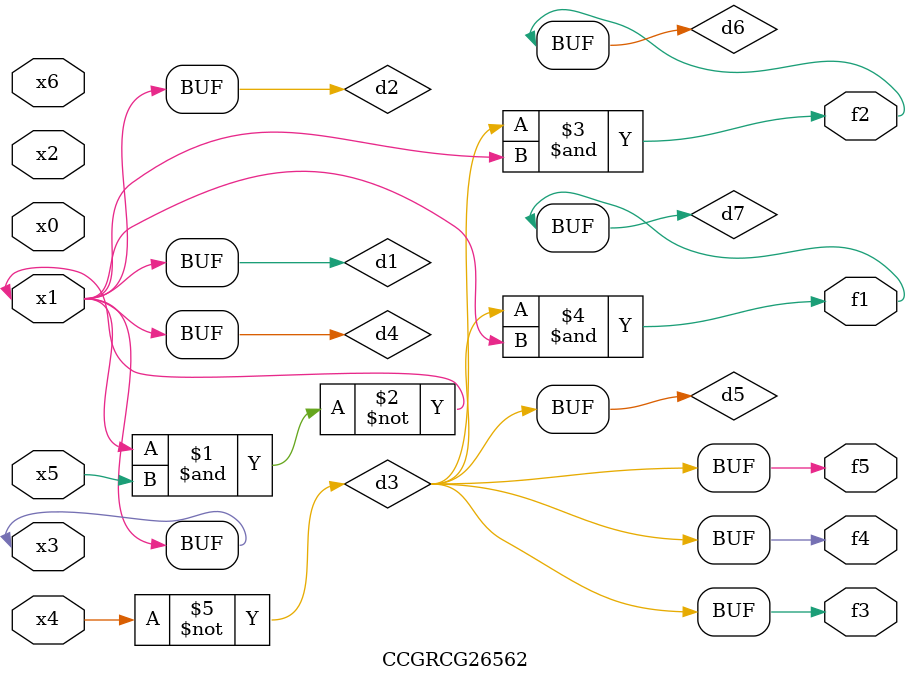
<source format=v>
module CCGRCG26562(
	input x0, x1, x2, x3, x4, x5, x6,
	output f1, f2, f3, f4, f5
);

	wire d1, d2, d3, d4, d5, d6, d7;

	buf (d1, x1, x3);
	nand (d2, x1, x5);
	not (d3, x4);
	buf (d4, d1, d2);
	buf (d5, d3);
	and (d6, d3, d4);
	and (d7, d3, d4);
	assign f1 = d7;
	assign f2 = d6;
	assign f3 = d5;
	assign f4 = d5;
	assign f5 = d5;
endmodule

</source>
